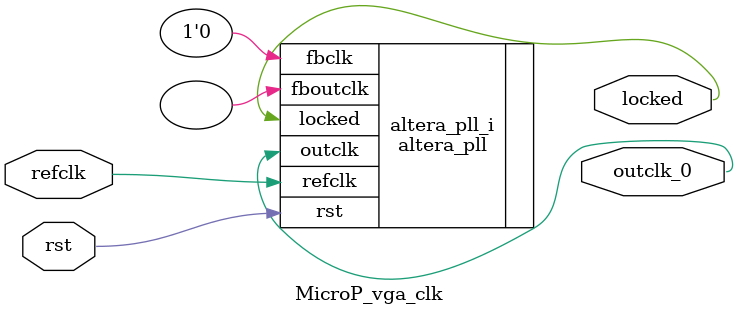
<source format=v>
`timescale 1ns/10ps
module  MicroP_vga_clk(

	// interface 'refclk'
	input wire refclk,

	// interface 'reset'
	input wire rst,

	// interface 'outclk0'
	output wire outclk_0,

	// interface 'locked'
	output wire locked
);

	altera_pll #(
		.fractional_vco_multiplier("false"),
		.reference_clock_frequency("50.0 MHz"),
		.operation_mode("direct"),
		.number_of_clocks(1),
		.output_clock_frequency0("25.000000 MHz"),
		.phase_shift0("0 ps"),
		.duty_cycle0(50),
		.output_clock_frequency1("0 MHz"),
		.phase_shift1("0 ps"),
		.duty_cycle1(50),
		.output_clock_frequency2("0 MHz"),
		.phase_shift2("0 ps"),
		.duty_cycle2(50),
		.output_clock_frequency3("0 MHz"),
		.phase_shift3("0 ps"),
		.duty_cycle3(50),
		.output_clock_frequency4("0 MHz"),
		.phase_shift4("0 ps"),
		.duty_cycle4(50),
		.output_clock_frequency5("0 MHz"),
		.phase_shift5("0 ps"),
		.duty_cycle5(50),
		.output_clock_frequency6("0 MHz"),
		.phase_shift6("0 ps"),
		.duty_cycle6(50),
		.output_clock_frequency7("0 MHz"),
		.phase_shift7("0 ps"),
		.duty_cycle7(50),
		.output_clock_frequency8("0 MHz"),
		.phase_shift8("0 ps"),
		.duty_cycle8(50),
		.output_clock_frequency9("0 MHz"),
		.phase_shift9("0 ps"),
		.duty_cycle9(50),
		.output_clock_frequency10("0 MHz"),
		.phase_shift10("0 ps"),
		.duty_cycle10(50),
		.output_clock_frequency11("0 MHz"),
		.phase_shift11("0 ps"),
		.duty_cycle11(50),
		.output_clock_frequency12("0 MHz"),
		.phase_shift12("0 ps"),
		.duty_cycle12(50),
		.output_clock_frequency13("0 MHz"),
		.phase_shift13("0 ps"),
		.duty_cycle13(50),
		.output_clock_frequency14("0 MHz"),
		.phase_shift14("0 ps"),
		.duty_cycle14(50),
		.output_clock_frequency15("0 MHz"),
		.phase_shift15("0 ps"),
		.duty_cycle15(50),
		.output_clock_frequency16("0 MHz"),
		.phase_shift16("0 ps"),
		.duty_cycle16(50),
		.output_clock_frequency17("0 MHz"),
		.phase_shift17("0 ps"),
		.duty_cycle17(50),
		.pll_type("General"),
		.pll_subtype("General")
	) altera_pll_i (
		.rst	(rst),
		.outclk	({outclk_0}),
		.locked	(locked),
		.fboutclk	( ),
		.fbclk	(1'b0),
		.refclk	(refclk)
	);
endmodule


</source>
